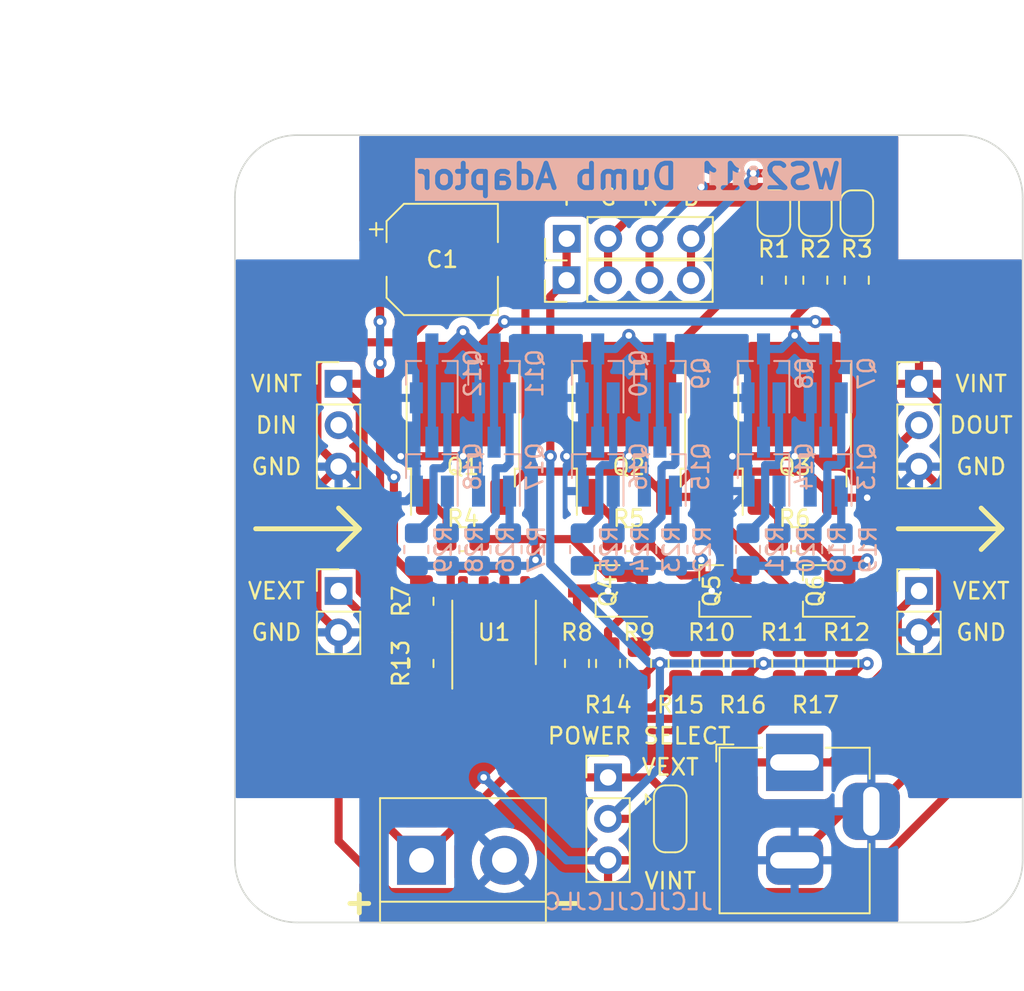
<source format=kicad_pcb>
(kicad_pcb (version 20221018) (generator pcbnew)
  (layers (0 "F.Cu" signal) (31 "B.Cu" signal) (34 "B.Paste" user) (35 "F.Paste" user) (36 "B.SilkS" user "B.Silkscreen") (37 "F.SilkS" user "F.Silkscreen") (38 "B.Mask" user) (39 "F.Mask" user) (44 "Edge.Cuts" user))
  (net 0 "")
  (net 1 "/VDD")
  (net 2 "GND")
  (net 3 "VCC")
  (net 4 "/DIN")
  (net 5 "/DOUT")
  (net 6 "/VSTRIP")
  (net 7 "Net-(Q1-E)")
  (net 8 "/OUTR")
  (net 9 "/OUTG")
  (net 10 "/OUTB")
  (net 11 "Net-(Q1-B)")
  (net 12 "Net-(U1-DIN)")
  (net 14 "Net-(Q8-G)")
  (net 15 "Net-(Q9-G)")
  (net 16 "Net-(Q10-G)")
  (net 17 "Net-(Q11-G)")
  (net 18 "Net-(Q12-G)")
  (net 19 "/STRIPR")
  (net 20 "/STRIPG")
  (net 21 "/STRIPB")
  (net 22 "Net-(Q13-G)")
  (net 23 "Net-(Q14-G)")
  (net 24 "Net-(Q15-G)")
  (net 25 "Net-(Q3-G)")
  (net 26 "Net-(Q7-G)")
  (net 27 "Net-(U1-VDD)")
  (net 28 "Net-(J1-Pin_2)")
  (net 29 "Net-(J1-Pin_3)")
  (net 30 "Net-(J1-Pin_4)")
  (net 31 "Net-(Q2-G)")
  (net 32 "Net-(Q4-B)")
  (net 33 "Net-(Q4-E)")
  (net 34 "Net-(Q5-G)")
  (net 35 "Net-(Q6-B)")
  (net 36 "Net-(Q6-E)")
  (net 37 "Net-(Q16-G)")
  (net 38 "Net-(Q17-G)")
  (net 39 "Net-(Q18-G)")
  (footprint "Jumper:SolderJumper-2_P1.3mm_Bridged_RoundedPad1.0x1.5mm" (layer "F.Cu") (at 78.74 63.204999 90)
    (fp_text reference "JP1" hide)
    (fp_text value "SolderJumper_2_Bridged" hide)
  )
  (footprint "Resistor_SMD:R_0805_2012Metric_Pad1.20x1.40mm_HandSolder" (layer "F.Cu") (at 81.279999 90.805 90)
    (fp_text reference "R17")
    (fp_text value "1000R" hide)
  )
  (footprint "Resistor_SMD:R_0805_2012Metric_Pad1.20x1.40mm_HandSolder" (layer "F.Cu") (at 78.74 67.31 90)
    (fp_text reference "R1")
    (fp_text value "R" hide)
  )
  (footprint "Connector_PinHeader_2.54mm:PinHeader_1x02_P2.54mm_Vertical" (layer "F.Cu") (at 87.63 86.36)
    (fp_text reference "J6" hide)
    (fp_text value "Conn_01x02" hide)
  )
  (footprint "Connector_BarrelJack:BarrelJack_Horizontal" (layer "F.Cu") (at 80.01 96.87 90)
    (fp_text reference "J8" hide)
    (fp_text value "Barrel_Jack_Switch" hide)
  )
  (footprint "Resistor_SMD:R_0805_2012Metric_Pad1.20x1.40mm_HandSolder" (layer "F.Cu") (at 59.69 83.185 180)
    (fp_text reference "R4")
    (fp_text value "1000R" hide)
  )
  (footprint "Package_TO_SOT_SMD:TO-252-2" (layer "F.Cu") (at 59.69 75.555 90)
    (fp_text reference "Q1")
    (fp_text value "N-CHANNEL POWER MOSFET" hide)
  )
  (footprint "Connector_PinHeader_2.54mm:PinHeader_1x04_P2.54mm_Vertical" (layer "F.Cu") (at 66.04 67.31 90)
    (fp_text reference "J2" hide)
    (fp_text value "Conn_01x04" hide)
  )
  (footprint "Resistor_SMD:R_0805_2012Metric_Pad1.20x1.40mm_HandSolder" (layer "F.Cu") (at 66.675 90.805 -90)
    (fp_text reference "R8")
    (fp_text value "10K" hide)
  )
  (footprint "TerminalBlock:TerminalBlock_bornier-2_P5.08mm" (layer "F.Cu") (at 57.15 102.87)
    (fp_text reference "J7" hide)
    (fp_text value "Screw_Terminal_01x02" hide)
  )
  (footprint "Resistor_SMD:R_0805_2012Metric_Pad1.20x1.40mm_HandSolder" (layer "F.Cu") (at 68.579999 90.805 90)
    (fp_text reference "R14")
    (fp_text value "1000R" hide)
  )
  (footprint "Package_TO_SOT_SMD:SOT-23_Handsoldering" (layer "F.Cu") (at 81.28 86.36 180)
    (fp_text reference "Q6")
    (fp_text value "2TY" hide)
  )
  (footprint "Resistor_SMD:R_0805_2012Metric_Pad1.20x1.40mm_HandSolder" (layer "F.Cu") (at 83.184998 90.805 -90)
    (fp_text reference "R12")
    (fp_text value "10K" hide)
  )
  (footprint "Resistor_SMD:R_0805_2012Metric_Pad1.20x1.40mm_HandSolder" (layer "F.Cu") (at 81.28 67.31 90)
    (fp_text reference "R2")
    (fp_text value "R" hide)
  )
  (footprint "MountingHole:MountingHole_3.2mm_M3" (layer "F.Cu") (at 90.17 62.23)
    (fp_text reference "REF**" hide)
    (fp_text value "MountingHole_3.2mm_M3" hide)
  )
  (footprint "Resistor_SMD:R_0805_2012Metric_Pad1.20x1.40mm_HandSolder" (layer "F.Cu") (at 70.484998 90.805 -90)
    (fp_text reference "R9")
    (fp_text value "10K" hide)
  )
  (footprint "Resistor_SMD:R_0805_2012Metric_Pad1.20x1.40mm_HandSolder" (layer "F.Cu") (at 73.025 90.805 -90)
    (fp_text reference "R15")
    (fp_text value "10K" hide)
  )
  (footprint "Jumper:SolderJumper-3_P1.3mm_Open_RoundedPad1.0x1.5mm" (layer "F.Cu") (at 72.39 100.33 -90)
    (fp_text reference "JP5" hide)
    (fp_text value "SolderJumper_3_Open" hide)
  )
  (footprint "Package_TO_SOT_SMD:TO-252-2" (layer "F.Cu") (at 80.01 75.555 90)
    (fp_text reference "Q3")
    (fp_text value "N-CHANNEL POWER MOSFET" hide)
  )
  (footprint "Resistor_SMD:R_0805_2012Metric_Pad1.20x1.40mm_HandSolder" (layer "F.Cu") (at 69.85 83.185 180)
    (fp_text reference "R5")
    (fp_text value "1000R" hide)
  )
  (footprint "Resistor_SMD:R_0805_2012Metric_Pad1.20x1.40mm_HandSolder" (layer "F.Cu") (at 83.82 67.31 90)
    (fp_text reference "R3")
    (fp_text value "R" hide)
  )
  (footprint "MountingHole:MountingHole_3.2mm_M3" (layer "F.Cu") (at 90.17 102.87)
    (fp_text reference "REF**" hide)
    (fp_text value "MountingHole_3.2mm_M3" hide)
  )
  (footprint "Connector_PinHeader_2.54mm:PinHeader_1x03_P2.54mm_Vertical" (layer "F.Cu") (at 87.63 73.66)
    (fp_text reference "J4" hide)
    (fp_text value "Conn_01x03" hide)
  )
  (footprint "Connector_PinHeader_2.54mm:PinHeader_1x03_P2.54mm_Vertical" (layer "F.Cu") (at 68.58 97.79)
    (fp_text reference "JP4" hide)
    (fp_text value "Jumper_3_Open" hide)
  )
  (footprint "Jumper:SolderJumper-2_P1.3mm_Bridged_RoundedPad1.0x1.5mm" (layer "F.Cu") (at 81.28 63.204999 90)
    (fp_text reference "JP2" hide)
    (fp_text value "SolderJumper_2_Bridged" hide)
  )
  (footprint "Resistor_SMD:R_0805_2012Metric_Pad1.20x1.40mm_HandSolder" (layer "F.Cu") (at 57.15 90.805 -90)
    (fp_text reference "R13")
    (fp_text value "100R" hide)
  )
  (footprint "Resistor_SMD:R_0805_2012Metric_Pad1.20x1.40mm_HandSolder" (layer "F.Cu") (at 80.01 83.185 180)
    (fp_text reference "R6")
    (fp_text value "1000R" hide)
  )
  (footprint "Package_TO_SOT_SMD:TO-252-2" (layer "F.Cu") (at 69.85 75.555 90)
    (fp_text reference "Q2")
    (fp_text value "N-CHANNEL POWER MOSFET" hide)
  )
  (footprint "Resistor_SMD:R_0805_2012Metric_Pad1.20x1.40mm_HandSolder" (layer "F.Cu") (at 76.834998 90.805 -90)
    (fp_text reference "R16")
    (fp_text value "10K" hide)
  )
  (footprint "Resistor_SMD:R_0805_2012Metric_Pad1.20x1.40mm_HandSolder" (layer "F.Cu") (at 57.15 86.995 90)
    (fp_text reference "R7")
    (fp_text value "33R" hide)
  )
  (footprint "MountingHole:MountingHole_3.2mm_M3" (layer "F.Cu") (at 49.53 102.87)
    (fp_text reference "REF**" hide)
    (fp_text value "MountingHole_3.2mm_M3" hide)
  )
  (footprint "Capacitor_SMD:CP_Elec_6.3x5.4" (layer "F.Cu") (at 58.42 66.04)
    (fp_text reference "C1")
    (fp_text value "100uF" hide)
  )
  (footprint "Resistor_SMD:R_0805_2012Metric_Pad1.20x1.40mm_HandSolder" (layer "F.Cu") (at 74.929999 90.805 90)
    (fp_text reference "R10")
    (fp_text value "1000R" hide)
  )
  (footprint "Package_TO_SOT_SMD:SOT-23_Handsoldering" (layer "F.Cu") (at 74.93 86.36 180)
    (fp_text reference "Q5")
    (fp_text value "2TY" hide)
  )
  (footprint "Resistor_SMD:R_0805_2012Metric_Pad1.20x1.40mm_HandSolder" (layer "F.Cu") (at 79.375 90.805 -90)
    (fp_text reference "R11")
    (fp_text value "10K" hide)
  )
  (footprint "Connector_PinHeader_2.54mm:PinHeader_1x02_P2.54mm_Vertical" (layer "F.Cu") (at 52.07 86.36)
    (fp_text reference "J5" hide)
    (fp_text value "Conn_01x02" hide)
  )
  (footprint "Jumper:SolderJumper-2_P1.3mm_Bridged_RoundedPad1.0x1.5mm" (layer "F.Cu") (at 83.82 63.204999 90)
    (fp_text reference "JP3" hide)
    (fp_text value "SolderJumper_2_Bridged" hide)
  )
  (footprint "Package_SO:SOP-8_3.9x4.9mm_P1.27mm" (layer "F.Cu") (at 61.595 88.9 90)
    (fp_text reference "U1")
    (fp_text value "~" hide)
  )
  (footprint "Connector_PinHeader_2.54mm:PinHeader_1x03_P2.54mm_Vertical" (layer "F.Cu") (at 52.07 73.66)
    (fp_text reference "J3" hide)
    (fp_text value "Conn_01x03" hide)
  )
  (footprint "Package_TO_SOT_SMD:SOT-23_Handsoldering" (layer "F.Cu") (at 68.58 86.36 180)
    (fp_text reference "Q4")
    (fp_text value "2TY" hide)
  )
  (footprint "Connector_PinHeader_2.54mm:PinHeader_1x04_P2.54mm_Vertical" (layer "F.Cu") (at 66.05 64.77 90)
    (fp_text reference "J1" hide)
    (fp_text value "Conn_01x04" hide)
  )
  (footprint "MountingHole:MountingHole_3.2mm_M3" (layer "F.Cu") (at 49.53 62.23)
    (fp_text reference "REF**" hide)
    (fp_text value "MountingHole_3.2mm_M3" hide)
  )
  (footprint "Resistor_SMD:R_0805_2012Metric_Pad1.20x1.40mm_HandSolder" (layer "B.Cu") (at 80.9625 83.82 90)
    (fp_text reference "R18")
    (fp_text value "1000R" hide)
  )
  (footprint "Package_TO_SOT_SMD:SOT-23_Handsoldering" (layer "B.Cu") (at 67.945 73.025 90)
    (fp_text reference "Q10")
    (fp_text value "2N7002K" hide)
  )
  (footprint "Resistor_SMD:R_0805_2012Metric_Pad1.20x1.40mm_HandSolder" (layer "B.Cu") (at 77.1525 83.82 90)
    (fp_text reference "R21")
    (fp_text value "1000R" hide)
  )
  (footprint "Resistor_SMD:R_0805_2012Metric_Pad1.20x1.40mm_HandSolder" (layer "B.Cu") (at 56.8325 83.82 90)
    (fp_text reference "R29")
    (fp_text value "1000R" hide)
  )
  (footprint "Package_TO_SOT_SMD:SOT-23_Handsoldering" (layer "B.Cu") (at 67.945 78.74 90)
    (fp_text reference "Q16")
    (fp_text value "2N7002K" hide)
  )
  (footprint "Resistor_SMD:R_0805_2012Metric_Pad1.20x1.40mm_HandSolder" (layer "B.Cu") (at 72.7075 83.82 90)
    (fp_text reference "R22")
    (fp_text value "1000R" hide)
  )
  (footprint "Resistor_SMD:R_0805_2012Metric_Pad1.20x1.40mm_HandSolder" (layer "B.Cu") (at 82.8675 83.82 90)
    (fp_text reference "R19")
    (fp_text value "1000R" hide)
  )
  (footprint "Resistor_SMD:R_0805_2012Metric_Pad1.20x1.40mm_HandSolder" (layer "B.Cu") (at 79.0575 83.82 90)
    (fp_text reference "R20")
    (fp_text value "1000R" hide)
  )
  (footprint "Resistor_SMD:R_0805_2012Metric_Pad1.20x1.40mm_HandSolder" (layer "B.Cu") (at 70.8025 83.82 90)
    (fp_text reference "R23")
    (fp_text value "1000R" hide)
  )
  (footprint "Package_TO_SOT_SMD:SOT-23_Handsoldering" (layer "B.Cu") (at 78.105 78.74 90)
    (fp_text reference "Q14")
    (fp_text value "2N7002K" hide)
  )
  (footprint "Package_TO_SOT_SMD:SOT-23_Handsoldering" (layer "B.Cu") (at 81.915 73.025 90)
    (fp_text reference "Q7")
    (fp_text value "2N7002K" hide)
  )
  (footprint "Resistor_SMD:R_0805_2012Metric_Pad1.20x1.40mm_HandSolder" (layer "B.Cu") (at 58.7375 83.82 90)
    (fp_text reference "R28")
    (fp_text value "1000R" hide)
  )
  (footprint "Package_TO_SOT_SMD:SOT-23_Handsoldering" (layer "B.Cu") (at 57.785 78.74 90)
    (fp_text reference "Q18")
    (fp_text value "2N7002K" hide)
  )
  (footprint "Resistor_SMD:R_0805_2012Metric_Pad1.20x1.40mm_HandSolder" (layer "B.Cu") (at 60.6425 83.82 90)
    (fp_text reference "R26")
    (fp_text value "1000R" hide)
  )
  (footprint "Package_TO_SOT_SMD:SOT-23_Handsoldering" (layer "B.Cu") (at 71.755 73.025 90)
    (fp_text reference "Q9")
    (fp_text value "2N7002K" hide)
  )
  (footprint "Resistor_SMD:R_0805_2012Metric_Pad1.20x1.40mm_HandSolder" (layer "B.Cu") (at 66.9925 83.82 90)
    (fp_text reference "R25")
    (fp_text value "1000R" hide)
  )
  (footprint "Package_TO_SOT_SMD:SOT-23_Handsoldering" (layer "B.Cu") (at 81.915 78.74 90)
    (fp_text reference "Q13")
    (fp_text value "2N7002K" hide)
  )
  (footprint "Package_TO_SOT_SMD:SOT-23_Handsoldering" (layer "B.Cu") (at 57.785 73.025 90)
    (fp_text reference "Q12")
    (fp_text value "2N7002K" hide)
  )
  (footprint "Package_TO_SOT_SMD:SOT-23_Handsoldering" (layer "B.Cu") (at 78.105 73.025 90)
    (fp_text reference "Q8")
    (fp_text value "2N7002K" hide)
  )
  (footprint "Package_TO_SOT_SMD:SOT-23_Handsoldering" (layer "B.Cu") (at 61.595 78.74 90)
    (fp_text reference "Q17")
    (fp_text value "2N7002K" hide)
  )
  (footprint "Resistor_SMD:R_0805_2012Metric_Pad1.20x1.40mm_HandSolder" (layer "B.Cu") (at 62.5475 83.82 90)
    (fp_text reference "R27")
    (fp_text value "1000R" hide)
  )
  (footprint "Resistor_SMD:R_0805_2012Metric_Pad1.20x1.40mm_HandSolder" (layer "B.Cu") (at 68.8975 83.82 90)
    (fp_text reference "R24")
    (fp_text value "1000R" hide)
  )
  (footprint "Package_TO_SOT_SMD:SOT-23_Handsoldering" (layer "B.Cu") (at 61.595 73.025 90)
    (fp_text reference "Q11")
    (fp_text value "2N7002K" hide)
  )
  (footprint "Package_TO_SOT_SMD:SOT-23_Handsoldering" (layer "B.Cu") (at 71.755 78.74 90)
    (fp_text reference "Q15")
    (fp_text value "2N7002K" hide)
  )
  (gr_line (start 53.34 82.55) (end 52.07 81.28) (stroke (width 0.3)) (layer "F.SilkS"))
  (gr_line (start 86.36 82.55) (end 92.71 82.55) (stroke (width 0.3)) (layer "F.SilkS"))
  (gr_line (start 91.44 83.82) (end 92.71 82.55) (stroke (width 0.3)) (layer "F.SilkS"))
  (gr_line (start 52.07 83.82) (end 53.34 82.55) (stroke (width 0.3)) (layer "F.SilkS"))
  (gr_line (start 92.71 82.55) (end 91.44 81.28) (stroke (width 0.3)) (layer "F.SilkS"))
  (gr_line (start 46.99 82.55) (end 53.34 82.55) (stroke (width 0.3)) (layer "F.SilkS"))
  (gr_arc (start 90.17 58.42) (mid 92.864077 59.535923) (end 93.98 62.23) (stroke (width 0.1)) (layer "Edge.Cuts"))
  (gr_arc (start 45.72 62.23) (mid 46.835923 59.535923) (end 49.53 58.42) (stroke (width 0.1)) (layer "Edge.Cuts"))
  (gr_line (start 93.98 62.23) (end 93.98 102.87) (stroke (width 0.1)) (layer "Edge.Cuts"))
  (gr_line (start 45.72 102.87) (end 45.72 62.23) (stroke (width 0.1)) (layer "Edge.Cuts"))
  (gr_arc (start 93.98 102.87) (mid 92.864077 105.564077) (end 90.17 106.68) (stroke (width 0.1)) (layer "Edge.Cuts"))
  (gr_arc (start 49.53 106.68) (mid 46.835923 105.564077) (end 45.72 102.87) (stroke (width 0.1)) (layer "Edge.Cuts"))
  (gr_line (start 49.53 58.42) (end 90.17 58.42) (stroke (width 0.1)) (layer "Edge.Cuts"))
  (gr_line (start 90.17 106.68) (end 49.53 106.68) (stroke (width 0.1)) (layer "Edge.Cuts"))
  (gr_text "JLCJLCJLCJLC" (at 69.85 105.41) (layer "B.SilkS") (effects (font (size 1 1)) (justify mirror)))
  (gr_text "WS2811 Dumb Adaptor" (at 69.85 60.96) (layer "B.SilkS" knockout) (effects (font (size 1.5 1.5) (thickness 0.3)) (justify mirror)))
  (gr_text "GND" (at 48.26 78.74) (layer "F.SilkS") (effects (font (size 1 1))))
  (gr_text "GND" (at 91.44 88.9) (layer "F.SilkS") (effects (font (size 1 1))))
  (gr_text "VEXT" (at 91.44 86.36) (layer "F.SilkS") (effects (font (size 1 1))))
  (gr_text "+" (at 66.04 62.23) (layer "F.SilkS") (effects (font (size 1 1))))
  (gr_text "B" (at 73.66 62.23) (layer "F.SilkS") (effects (font (size 1 1))))
  (gr_text "DOUT" (at 91.44 76.2) (layer "F.SilkS") (effects (font (size 1 1))))
  (gr_text "VINT" (at 72.39 104.14) (layer "F.SilkS") (effects (font (size 1 1))))
  (gr_text "VEXT" (at 72.39 97.155) (layer "F.SilkS") (effects (font (size 1 1))))
  (gr_text "GND" (at 91.44 78.74) (layer "F.SilkS") (effects (font (size 1 1))))
  (gr_text "GND" (at 48.26 88.9) (layer "F.SilkS") (effects (font (size 1 1))))
  (gr_text "VINT" (at 48.26 73.66) (layer "F.SilkS") (effects (font (size 1 1))))
  (gr_text "DIN" (at 48.26 76.2) (layer "F.SilkS") (effects (font (size 1 1))))
  (gr_text "-" (at 66.04 105.41) (layer "F.SilkS") (effects (font (size 1.5 1.5) (thickness 0.3) bold)))
  (gr_text "VINT" (at 91.44 73.66) (layer "F.SilkS") (effects (font (size 1 1))))
  (gr_text "R" (at 71.16 62.23) (layer "F.SilkS") (effects (font (size 1 1))))
  (gr_text "POWER SELECT" (at 70.485 95.25) (layer "F.SilkS") (effects (font (size 1 1))))
  (gr_text "VEXT" (at 48.26 86.36) (layer "F.SilkS") (effects (font (size 1 1))))
  (gr_text "+" (at 53.34 105.41) (layer "F.SilkS") (effects (font (size 1.5 1.5) (thickness 0.3) bold)))
  (gr_text "G" (at 68.58 62.23) (layer "F.SilkS") (effects (font (size 1 1))))
  (segment (start 68.58 102.87) (end 71.15 102.87) (width 0.5) (layer "F.Cu") (net 1))
  (segment (start 83.383833 104.82) (end 90.17 98.033833) (width 0.5) (layer "F.Cu") (net 1))
  (segment (start 53.37 74.96) (end 53.37 86.39) (width 0.5) (layer "F.Cu") (net 1))
  (segment (start 57.15 91.805) (end 57.15 93.98) (width 0.5) (layer "F.Cu") (net 1))
  (segment (start 71.15 102.87) (end 72.39 101.63) (width 0.5) (layer "F.Cu") (net 1))
  (segment (start 90.17 76.2) (end 87.63 73.66) (width 0.5) (layer "F.Cu") (net 1))
  (segment (start 72.39 101.63) (end 75.58 104.82) (width 0.5) (layer "F.Cu") (net 1))
  (segment (start 54.61 89.265) (end 57.15 91.805) (width 0.5) (layer "F.Cu") (net 1))
  (segment (start 53.37 86.39) (end 54.61 87.63) (width 0.5) (layer "F.Cu") (net 1))
  (segment (start 75.58 104.82) (end 83.383833 104.82) (width 0.5) (layer "F.Cu") (net 1))
  (segment (start 90.17 98.033833) (end 90.17 76.2) (width 0.5) (layer "F.Cu") (net 1))
  (segment (start 57.15 93.98) (end 60.96 97.79) (width 0.5) (layer "F.Cu") (net 1))
  (segment (start 52.07 73.66) (end 53.37 74.96) (width 0.5) (layer "F.Cu") (net 1))
  (segment (start 54.61 87.63) (end 54.61 89.265) (width 0.5) (layer "F.Cu") (net 1))
  (via (at 60.96 97.79) (size 0.8) (drill 0.4) (layers "F.Cu" "B.Cu") (net 1))
  (segment (start 60.96 97.79) (end 66.04 102.87) (width 0.5) (layer "B.Cu") (net 1))
  (segment (start 66.04 102.87) (end 68.58 102.87) (width 0.5) (layer "B.Cu") (net 1))
  (segment (start 73.025 86.765) (end 73.43 86.36) (width 0.5) (layer "F.Cu") (net 2))
  (segment (start 87.63 96.95) (end 87.63 88.9) (width 0.5) (layer "F.Cu") (net 2))
  (segment (start 82.29 80.595) (end 80.74 79.045) (width 0.5) (layer "F.Cu") (net 2))
  (segment (start 79.375 86.765) (end 79.78 86.36) (width 0.5) (layer "F.Cu") (net 2))
  (segment (start 70.58 79.045) (end 63.52 79.045) (width 0.5) (layer "F.Cu") (net 2))
  (segment (start 66.675 86.765) (end 67.08 86.36) (width 0.5) (layer "F.Cu") (net 2))
  (segment (start 87.63 78.74) (end 88.93 80.04) (width 0.5) (layer "F.Cu") (net 2))
  (segment (start 73.43 86.36) (end 74.93 86.36) (width 0.5) (layer "F.Cu") (net 2))
  (segment (start 88.93 87.6) (end 87.63 88.9) (width 0.5) (layer "F.Cu") (net 2))
  (segment (start 66.675 89.805) (end 65.22 89.805) (width 0.5) (layer "F.Cu") (net 2))
  (segment (start 50.77 87.6) (end 52.07 88.9) (width 0.5) (layer "F.Cu") (net 2))
  (segment (start 80.74 79.045) (end 73.68 79.045) (width 0.5) (layer "F.Cu") (net 2))
  (segment (start 84.455 80.645) (end 82.34 80.645) (width 0.5) (layer "F.Cu") (net 2))
  (segment (start 60.28 104.82) (end 62.23 102.87) (width 0.5) (layer "F.Cu") (net 2))
  (segment (start 50.77 77.44) (end 50.77 72.36) (width 0.5) (layer "F.Cu") (net 2))
  (segment (start 87.63 96.95) (end 84.71 99.87) (width 0.5) (layer "F.Cu") (net 2))
  (segment (start 84.71 99.87) (end 83.01 99.87) (width 0.5) (layer "F.Cu") (net 2))
  (segment (start 52.01 71.12) (end 56.14 71.12) (width 0.5) (layer "F.Cu") (net 2))
  (segment (start 63.52 68.34) (end 61.22 66.04) (width 0.5) (layer "F.Cu") (net 2))
  (segment (start 50.77 72.36) (end 52.01 71.12) (width 0.5) (layer "F.Cu") (net 2))
  (segment (start 74.015 80.595) (end 72.13 80.595) (width 0.5) (layer "F.Cu") (net 2))
  (segment (start 73.025 89.805) (end 73.025 86.765) (width 0.5) (layer "F.Cu") (net 2))
  (segment (start 82.34 80.645) (end 82.29 80.595) (width 0.5) (layer "F.Cu") (net 2))
  (segment (start 67.08 86.36) (end 68.58 86.36) (width 0.5) (layer "F.Cu") (net 2))
  (segment (start 65.22 89.805) (end 63.5 91.525) (width 0.5) (layer "F.Cu") (net 2))
  (segment (start 59.69 78.105) (end 55.88 78.105) (width 0.5) (layer "F.Cu") (net 2))
  (segment (start 50.77 80.04) (end 50.77 87.6) (width 0.5) (layer "F.Cu") (net 2))
  (segment (start 52.07 88.9) (end 52.07 101.69) (width 0.5) (layer "F.Cu") (net 2))
  (segment (start 79.375 89.805) (end 79.375 86.765) (width 0.5) (layer "F.Cu") (net 2))
  (segment (start 63.52 79.045) (end 61.97 80.595) (width 0.5) (layer "F.Cu") (net 2))
  (segment (start 83.01 99.87) (end 80.01 102.87) (width 0.5) (layer "F.Cu") (net 2))
  (segment (start 52.07 78.74) (end 50.77 80.04) (width 0.5) (layer "F.Cu") (net 2))
  (segment (start 72.13 80.595) (end 70.58 79.045) (width 0.5) (layer "F.Cu") (net 2))
  (segment (start 55.2 104.82) (end 60.28 104.82) (width 0.5) (layer "F.Cu") (net 2))
  (segment (start 73.68 79.045) (end 72.13 80.595) (width 0.5) (layer "F.Cu") (net 2))
  (segment (start 80.01 78.105) (end 76.2 78.105) (width 0.5) (layer "F.Cu") (net 2))
  (segment (start 56.14 71.12) (end 61.22 66.04) (width 0.5) (layer "F.Cu") (net 2))
  (segment (start 88.93 80.04) (end 88.93 87.6) (width 0.5) (layer "F.Cu") (net 2))
  (segment (start 66.675 89.805) (end 66.675 86.765) (width 0.5) (layer "F.Cu") (net 2))
  (segment (start 52.07 101.69) (end 55.2 104.82) (width 0.5) (layer "F.Cu") (net 2))
  (segment (start 63.52 79.045) (end 63.52 68.34) (width 0.5) (layer "F.Cu") (net 2))
  (segment (start 69.85 78.105) (end 66.04 78.105) (width 0.5) (layer "F.Cu") (net 2))
  (segment (start 52.07 78.74) (end 50.77 77.44) (width 0.5) (layer "F.Cu") (net 2))
  (segment (start 79.78 86.36) (end 74.015 80.595) (width 0.5) (layer "F.Cu") (net 2))
  (via (at 66.04 78.105) (size 0.8) (drill 0.4) (layers "F.Cu" "B.Cu") (net 2))
  (via (at 74.93 86.36) (size 0.8) (drill 0.4) (layers "F.Cu" "B.Cu") (net 2))
  (via (at 68.58 86.36) (size 0.8) (drill 0.4) (layers "F.Cu" "B.Cu") (net 2))
  (via (at 55.88 78.105) (size 0.8) (drill 0.4) (layers "F.Cu" "B.Cu") (net 2))
  (via (at 80.01 78.105) (size 0.8) (drill 0.4) (layers "F.Cu" "B.Cu") (net 2))
  (via (at 69.85 78.105) (size 0.8) (drill 0.4) (layers "F.Cu" "B.Cu") (net 2))
  (via (at 59.69 78.105) (size 0.8) (drill 0.4) (layers "F.Cu" "B.Cu") (net 2))
  (via (at 76.2 78.105) (size 0.8) (drill 0.4) (layers "F.Cu" "B.Cu") (net 2))
  (via (at 84.455 80.645) (size 0.8) (drill 0.4) (layers "F.Cu" "B.Cu") (net 2))
  (segment (start 56.232082 80.86) (end 56.835 80.257082) (width 0.5) (layer "B.Cu") (net 2))
  (segment (start 76.0025 85.2875) (end 76.0025 81.3925) (width 0.5) (layer "B.Cu") (net 2))
  (segment (start 60.645 78.105) (end 59.69 78.105) (width 0.5) (layer "B.Cu") (net 2))
  (segment (start 70.805 80.24) (end 70.805 78.105) (width 0.5) (layer "B.Cu") (net 2))
  (segment (start 60.645 80.24) (end 60.645 78.105) (width 0.5) (layer "B.Cu") (net 2))
  (segment (start 76.0025 81.3925) (end 77.155 80.24) (width 0.5) (layer "B.Cu") (net 2))
  (segment (start 55.88 78.105) (end 56.835 78.105) (width 0.5) (layer "B.Cu") (net 2))
  (segment (start 66.04 78.105) (end 66.995 78.105) (width 0.5) (layer "B.Cu") (net 2))
  (segment (start 80.965 78.105) (end 80.965 80.24) (width 0.5) (layer "B.Cu") (net 2))
  (segment (start 80.965 78.105) (end 80.01 78.105) (width 0.5) (layer "B.Cu") (net 2))
  (segment (start 77.155 74.525) (end 77.155 78.105) (width 0.5) (layer "B.Cu") (net 2))
  (segment (start 80.965 74.525) (end 80.965 78.105) (width 0.5) (layer "B.Cu") (net 2))
  (segment (start 54.19 80.86) (end 56.232082 80.86) (width 0.5) (layer "B.Cu") (net 2))
  (segment (start 60.645 78.105) (end 60.645 74.525) (width 0.5) (layer "B.Cu") (net 2))
  (segment (start 56.835 78.105) (end 56.835 74.525) (width 0.5) (layer "B.Cu") (net 2))
  (segment (start 70.805 78.105) (end 70.805 74.525) (width 0.5) (layer "B.Cu") (net 2))
  (segment (start 56.835 80.24) (end 56.835 78.105) (width 0.5) (layer "B.Cu") (net 2))
  (segment (start 66.995 80.24) (end 66.995 78.105) (width 0.5) (layer "B.Cu") (net 2))
  (segment (start 76.2 78.105) (end 77.155 78.105) (width 0.5) (layer "B.Cu") (net 2))
  (segment (start 70.805 78.105) (end 69.85 78.105) (width 0.5) (layer "B.Cu") (net 2))
  (segment (start 52.07 78.74) (end 54.19 80.86) (width 0.5) (layer "B.Cu") (net 2))
  (segment (start 77.155 78.105) (end 77.155 80.24) (width 0.5) (layer "B.Cu") (net 2))
  (segment (start 56.835 80.257082) (end 56.835 80.24) (width 0.5) (layer "B.Cu") (net 2))
  (segment (start 74.93 86.36) (end 76.0025 85.2875) (width 0.5) (layer "B.Cu") (net 2))
  (segment (start 85.725 80.645) (end 87.63 78.74) (width 0.5) (layer "B.Cu") (net 2))
  (segment (start 66.995 78.105) (end 66.995 74.525) (width 0.5) (layer "B.Cu") (net 2))
  (segment (start 84.455 80.645) (end 85.725 80.645) (width 0.5) (layer "B.Cu") (net 2))
  (segment (start 82.26 96.87) (end 86.33 92.8) (width 0.5) (layer "F.Cu") (net 3))
  (segment (start 74.55 96.87) (end 80.01 96.87) (width 0.5) (layer "F.Cu") (net 3))
  (segment (start 52.07 86.36) (end 53.91 88.2) (width 0.5) (layer "F.Cu") (net 3))
  (segment (start 86.33 92.8) (end 86.33 87.66) (width 0.5) (layer "F.Cu") (net 3))
  (segment (start 53.91 99.63) (end 57.15 102.87) (width 0.5) (layer "F.Cu") (net 3))
  (segment (start 53.91 88.2) (end 53.91 99.63) (width 0.5) (layer "F.Cu") (net 3))
  (segment (start 71.15 97.79) (end 72.39 99.03) (width 0.5) (layer "F.Cu") (net 3))
  (segment (start 62.23 97.79) (end 68.58 97.79) (width 0.5) (layer "F.Cu") (net 3))
  (segment (start 57.15 102.87) (end 62.23 97.79) (width 0.5) (layer "F.Cu") (net 3))
  (segment (start 72.39 99.03) (end 74.55 96.87) (width 0.5) (layer "F.Cu") (net 3))
  (segment (start 80.01 96.87) (end 82.26 96.87) (width 0.5) (layer "F.Cu") (net 3))
  (segment (start 68.58 97.79) (end 71.15 97.79) (width 0.5) (layer "F.Cu") (net 3))
  (segment (start 86.33 87.66) (end 87.63 86.36) (width 0.5) (layer "F.Cu") (net 3))
  (segment (start 55.4595 84.3045) (end 57.15 85.995) (width 0.5) (layer "F.Cu") (net 4))
  (segment (start 55.4595 79.375) (end 55.4595 84.3045) (width 0.5) (layer "F.Cu") (net 4))
  (via (at 55.4595 79.375) (size 0.8) (drill 0.4) (layers "F.Cu" "B.Cu") (net 4))
  (segment (start 52.2845 76.2) (end 55.4595 79.375) (width 0.5) (layer "B.Cu") (net 4))
  (segment (start 52.07 76.2) (end 52.2845 76.2) (width 0.5) (layer "B.Cu") (net 4))
  (segment (start 61.391472 94.9) (end 77.81 94.9) (width 0.5) (layer "F.Cu") (net 5))
  (segment (start 85.63 91.149947) (end 85.63 78.2) (width 0.5) (layer "F.Cu") (net 5))
  (segment (start 60.088528 90.25) (end 59.291472 90.25) (width 0.5) (layer "F.Cu") (net 5))
  (segment (start 85.63 78.2) (end 87.63 76.2) (width 0.5) (layer "F.Cu") (net 5))
  (segment (start 63.5 86.275) (end 63.5 86.838528) (width 0.5) (layer "F.Cu") (net 5))
  (segment (start 58.94 92.448528) (end 61.391472 94.9) (width 0.5) (layer "F.Cu") (net 5))
  (segment (start 58.94 90.601472) (end 58.94 92.448528) (width 0.5) (layer "F.Cu") (net 5))
  (segment (start 59.291472 90.25) (end 58.94 90.601472) (width 0.5) (layer "F.Cu") (net 5))
  (segment (start 79.855 92.855) (end 83.924947 92.855) (width 0.5) (layer "F.Cu") (net 5))
  (segment (start 77.81 94.9) (end 79.855 92.855) (width 0.5) (layer "F.Cu") (net 5))
  (segment (start 83.924947 92.855) (end 85.63 91.149947) (width 0.5) (layer "F.Cu") (net 5))
  (segment (start 63.5 86.838528) (end 60.088528 90.25) (width 0.5) (layer "F.Cu") (net 5))
  (segment (start 71.755 90.805) (end 71.484998 90.805) (width 0.5) (layer "F.Cu") (net 6))
  (segment (start 77.834998 90.805) (end 76.834998 91.805) (width 0.5) (layer "F.Cu") (net 6))
  (segment (start 66.04 67.31) (end 65.040497 68.309503) (width 0.5) (layer "F.Cu") (net 6))
  (segment (start 65.040497 68.309503) (end 65.040497 78.105) (width 0.5) (layer "F.Cu") (net 6))
  (segment (start 84.184998 90.805) (end 83.184998 91.805) (width 0.5) (layer "F.Cu") (net 6))
  (segment (start 66.04 64.78) (end 66.05 64.77) (width 0.5) (layer "F.Cu") (net 6))
  (segment (start 71.484998 90.805) (end 70.484998 91.805) (width 0.5) (layer "F.Cu") (net 6))
  (segment (start 84.455 90.805) (end 84.184998 90.805) (width 0.5) (layer "F.Cu") (net 6))
  (segment (start 68.58 100.33) (end 72.39 100.33) (width 0.5) (layer "F.Cu") (net 6))
  (segment (start 66.04 67.31) (end 66.04 64.78) (width 0.5) (layer "F.Cu") (net 6))
  (segment (start 78.105 90.805) (end 77.834998 90.805) (width 0.5) (layer "F.Cu") (net 6))
  (via (at 84.455 90.805) (size 0.8) (drill 0.4) (layers "F.Cu" "B.Cu") (net 6))
  (via (at 78.105 90.805) (size 0.8) (drill 0.4) (layers "F.Cu" "B.Cu") (net 6))
  (via (at 71.755 90.805) (size 0.8) (drill 0.4) (layers "F.Cu" "B.Cu") (net 6))
  (via (at 65.040497 78.105) (size 0.8) (drill 0.4) (layers "F.Cu" "B.Cu") (net 6))
  (segment (start 71.12 90.805) (end 71.755 90.805) (width 0.5) (layer "B.Cu") (net 6))
  (segment (start 71.755 90.805) (end 78.105 90.805) (width 0.5) (layer "B.Cu") (net 6))
  (segment (start 65.040497 78.105) (end 65.040497 84.725497) (width 0.5) (layer "B.Cu") (net 6))
  (segment (start 65.040497 84.725497) (end 71.12 90.805) (width 0.5) (layer "B.Cu") (net 6))
  (segment (start 78.105 90.805) (end 84.455 90.805) (width 0.5) (layer "B.Cu") (net 6))
  (segment (start 68.58 100.33) (end 71.755 97.155) (width 0.5) (layer "B.Cu") (net 6))
  (segment (start 71.755 97.155) (end 71.755 90.805) (width 0.5) (layer "B.Cu") (net 6))
  (segment (start 82.78 84.955) (end 81.01 83.185) (width 0.5) (layer "F.Cu") (net 7))
  (segment (start 83.735 84.455) (end 82.78 85.41) (width 0.5) (layer "F.Cu") (net 7))
  (segment (start 82.78 85.41) (end 82.78 84.955) (width 0.5) (layer "F.Cu") (net 7))
  (segment (start 82.87 85.41) (end 82.78 85.41) (width 0.5) (layer "F.Cu") (net 7))
  (segment (start 84.334998 88.655) (end 84.334998 86.874998) (width 0.5) (layer "F.Cu") (net 7))
  (segment (start 84.334998 86.874998) (end 82.87 85.41) (width 0.5) (layer "F.Cu") (net 7))
  (segment (start 83.184998 89.805) (end 84.334998 88.655) (width 0.5) (layer "F.Cu") (net 7))
  (segment (start 84.455 84.455) (end 83.735 84.455) (width 0.5) (layer "F.Cu") (net 7))
  (via (at 84.455 84.455) (size 0.8) (drill 0.4) (layers "F.Cu" "B.Cu") (net 7))
  (segment (start 80.9625 84.82) (end 82.8675 84.82) (width 0.5) (layer "B.Cu") (net 7))
  (segment (start 77.1525 84.82) (end 79.0575 84.82) (width 0.5) (layer "B.Cu") (net 7))
  (segment (start 79.0575 84.82) (end 80.9625 84.82) (width 0.5) (layer "B.Cu") (net 7))
  (segment (start 82.8675 84.82) (end 84.09 84.82) (width 0.5) (layer "B.Cu") (net 7))
  (segment (start 84.09 84.82) (end 84.455 84.455) (width 0.5) (layer "B.Cu") (net 7))
  (segment (start 79.375 91.805) (end 76.98 94.2) (width 0.5) (layer "F.Cu") (net 8))
  (segment (start 59.69 92.075) (end 59.69 91.525) (width 0.5) (layer "F.Cu") (net 8))
  (segment (start 76.98 94.2) (end 61.815 94.2) (width 0.5) (layer "F.Cu") (net 8))
  (segment (start 81.279999 91.805) (end 79.374999 91.805) (width 0.5) (layer "F.Cu") (net 8))
  (segment (start 61.815 94.2) (end 59.69 92.075) (width 0.5) (layer "F.Cu") (net 8))
  (segment (start 62.531472 93.5) (end 60.96 91.928528) (width 0.5) (layer "F.Cu") (net 9))
  (segment (start 71.33 93.5) (end 62.531472 93.5) (width 0.5) (layer "F.Cu") (net 9))
  (segment (start 60.96 91.928528) (end 60.96 91.525) (width 0.5) (layer "F.Cu") (net 9))
  (segment (start 73.025 91.805) (end 71.33 93.5) (width 0.5) (layer "F.Cu") (net 9))
  (segment (start 74.929999 91.805) (end 73.024999 91.805) (width 0.5) (layer "F.Cu") (net 9))
  (segment (start 62.23 92.075) (end 62.23 91.525) (width 0.5) (layer "F.Cu") (net 10))
  (segment (start 62.955 92.8) (end 62.23 92.075) (width 0.5) (layer "F.Cu") (net 10))
  (segment (start 65.68 92.8) (end 62.955 92.8) (width 0.5) (layer "F.Cu") (net 10))
  (segment (start 68.579999 91.805) (end 66.674999 91.805) (width 0.5) (layer "F.Cu") (net 10))
  (segment (start 66.675 91.805) (end 65.68 92.8) (width 0.5) (layer "F.Cu") (net 10))
  (segment (start 81.279999 88.810001) (end 82.78 87.31) (width 0.5) (layer "F.Cu") (net 11))
  (segment (start 81.279999 89.805) (end 81.279999 88.810001) (width 0.5) (layer "F.Cu") (net 11))
  (segment (start 59.291472 85) (end 62.14 85) (width 0.5) (layer "F.Cu") (net 12))
  (segment (start 57.15 87.995) (end 58.94 86.205) (width 0.5) (layer "F.Cu") (net 12))
  (segment (start 58.94 85.351472) (end 59.291472 85) (width 0.5) (layer "F.Cu") (net 12))
  (segment (start 58.94 86.205) (end 58.94 85.351472) (width 0.5) (layer "F.Cu") (net 12))
  (segment (start 62.23 85.09) (end 62.23 86.275) (width 0.5) (layer "F.Cu") (net 12))
  (segment (start 62.14 85) (end 62.23 85.09) (width 0.5) (layer "F.Cu") (net 12))
  (segment (start 68.8975 80.2425) (end 68.895 80.24) (width 0.5) (layer "B.Cu") (net 14))
  (segment (start 68.8975 82.82) (end 68.8975 80.2425) (width 0.5) (layer "B.Cu") (net 14))
  (segment (start 79.0575 80.2425) (end 79.055 80.24) (width 0.5) (layer "B.Cu") (net 15))
  (segment (start 79.0575 82.82) (end 79.0575 80.2425) (width 0.5) (layer "B.Cu") (net 15))
  (segment (start 82.765 78.64) (end 82.865 78.54) (width 0.5) (layer "B.Cu") (net 16))
  (segment (start 82.015 78.64) (end 82.765 78.64) (width 0.5) (layer "B.Cu") (net 16))
  (segment (start 82.015 81.7675) (end 82.015 78.64) (width 0.5) (layer "B.Cu") (net 16))
  (segment (start 82.865 78.54) (end 82.865 74.525) (width 0.5) (layer "B.Cu") (net 16))
  (segment (start 80.9625 82.82) (end 82.015 81.7675) (width 0.5) (layer "B.Cu") (net 16))
  (segment (start 70.8025 82.82) (end 70.85 82.82) (width 0.5) (layer "B.Cu") (net 17))
  (segment (start 70.85 82.82) (end 71.855 81.815) (width 0.5) (layer "B.Cu") (net 17))
  (segment (start 72.705 78.54) (end 72.705 74.525) (width 0.5) (layer "B.Cu") (net 17))
  (segment (start 72.605 78.64) (end 72.705 78.54) (width 0.5) (layer "B.Cu") (net 17))
  (segment (start 71.855 78.84) (end 72.055 78.64) (width 0.5) (layer "B.Cu") (net 17))
  (segment (start 71.855 81.815) (end 71.855 78.84) (width 0.5) (layer "B.Cu") (net 17))
  (segment (start 72.055 78.64) (end 72.605 78.64) (width 0.5) (layer "B.Cu") (net 17))
  (segment (start 82.8675 82.82) (end 82.8675 80.2425) (width 0.5) (layer "B.Cu") (net 18))
  (segment (start 82.8675 80.2425) (end 82.865 80.24) (width 0.5) (layer "B.Cu") (net 18))
  (segment (start 82.43 67.16) (end 81.28 68.31) (width 0.5) (layer "F.Cu") (net 19))
  (segment (start 82.43 65.608552) (end 82.43 67.16) (width 0.5) (layer "F.Cu") (net 19))
  (segment (start 80.01 69.58) (end 80.01 74.295) (width 0.5) (layer "F.Cu") (net 19))
  (segment (start 81.28 64.458552) (end 82.43 65.608552) (width 0.5) (layer "F.Cu") (net 19))
  (segment (start 80.01 70.6995) (end 80.01 74.295) (width 0.5) (layer "F.Cu") (net 19))
  (segment (start 81.28 68.31) (end 80.01 69.58) (width 0.5) (layer "F.Cu") (net 19))
  (segment (start 81.28 63.854999) (end 81.28 64.458552) (width 0.5) (layer "F.Cu") (net 19))
  (via (at 80.01 70.6995) (size 0.8) (drill 0.4) (layers "F.Cu" "B.Cu") (net 19))
  (segment (start 78.105 71.525) (end 79.1845 71.525) (width 0.5) (layer "B.Cu") (net 19))
  (segment (start 81.915 77.24) (end 81.915 71.525) (width 0.5) (layer "B.Cu") (net 19))
  (segment (start 80.8355 71.525) (end 80.01 70.6995) (width 0.5) (layer "B.Cu") (net 19))
  (segment (start 79.1845 71.525) (end 80.01 70.6995) (width 0.5) (layer "B.Cu") (net 19))
  (segment (start 81.915 71.525) (end 80.8355 71.525) (width 0.5) (layer "B.Cu") (net 19))
  (segment (start 78.105 77.24) (end 78.105 71.525) (width 0.5) (layer "B.Cu") (net 19))
  (segment (start 79.89 67.16) (end 78.74 68.31) (width 0.5) (layer "F.Cu") (net 20))
  (segment (start 75.835 68.31) (end 69.85 74.295) (width 0.5) (layer "F.Cu") (net 20))
  (segment (start 78.74 64.48005) (end 79.89 65.63005) (width 0.5) (layer "F.Cu") (net 20))
  (segment (start 78.74 68.31) (end 75.835 68.31) (width 0.5) (layer "F.Cu") (net 20))
  (segment (start 78.74 63.854999) (end 78.74 64.48005) (width 0.5) (layer "F.Cu") (net 20))
  (segment (start 69.85 70.6995) (end 69.85 74.295) (width 0.5) (layer "F.Cu") (net 20))
  (segment (start 79.89 65.63005) (end 79.89 67.16) (width 0.5) (layer "F.Cu") (net 20))
  (via (at 69.85 70.6995) (size 0.8) (drill 0.4) (layers "F.Cu" "B.Cu") (net 20))
  (segment (start 71.755 71.525) (end 70.6755 71.525) (width 0.5) (layer "B.Cu") (net 20))
  (segment (start 69.0245 71.525) (end 69.85 70.6995) (width 0.5) (layer "B.Cu") (net 20))
  (segment (start 71.755 77.24) (end 71.755 71.525) (width 0.5) (layer "B.Cu") (net 20))
  (segment (start 67.945 77.24) (end 67.945 71.525) (width 0.5) (layer "B.Cu") (net 20))
  (segment (start 67.945 71.525) (end 69.0245 71.525) (width 0.5) (layer "B.Cu") (net 20))
  (segment (start 70.6755 71.525) (end 69.85 70.6995) (width 0.5) (layer "B.Cu") (net 20))
  (segment (start 83.82 63.854999) (end 83.82 64.458552) (width 0.5) (layer "F.Cu") (net 21))
  (segment (start 62.23 69.85) (end 59.69 72.39) (width 0.5) (layer "F.Cu") (net 21))
  (segment (start 83.82 64.458552) (end 84.97 65.608552) (width 0.5) (layer "F.Cu") (net 21))
  (segment (start 82.28 69.85) (end 81.28 69.85) (width 0.5) (layer "F.Cu") (net 21))
  (segment (start 59.69 70.485) (end 59.69 74.295) (width 0.5) (layer "F.Cu") (net 21))
  (segment (start 84.97 65.608552) (end 84.97 67.16) (width 0.5) (layer "F.Cu") (net 21))
  (segment (start 83.82 68.31) (end 82.28 69.85) (width 0.5) (layer "F.Cu") (net 21))
  (segment (start 84.97 67.16) (end 83.82 68.31) (width 0.5) (layer "F.Cu") (net 21))
  (segment (start 59.69 72.39) (end 59.69 74.295) (width 0.5) (layer "F.Cu") (net 21))
  (via (at 81.28 69.85) (size 0.8) (drill 0.4) (layers "F.Cu" "B.Cu") (net 21))
  (via (at 62.23 69.85) (size 0.8) (drill 0.4) (layers "F.Cu" "B.Cu") (net 21))
  (via (at 59.69 70.485) (size 0.8) (drill 0.4) (layers "F.Cu" "B.Cu") (net 21))
  (segment (start 57.785 71.525) (end 58.65 71.525) (width 0.5) (layer "B.Cu") (net 21))
  (segment (start 58.65 71.525) (end 59.69 70.485) (width 0.5) (layer "B.Cu") (net 21))
  (segment (start 57.785 77.24) (end 57.785 71.525) (width 0.5) (layer "B.Cu") (net 21))
  (segment (start 60.73 71.525) (end 59.69 70.485) (width 0.5) (layer "B.Cu") (net 21))
  (segment (start 81.28 69.85) (end 62.23 69.85) (width 0.5) (layer "B.Cu") (net 21))
  (segment (start 61.595 77.24) (end 61.595 71.525) (width 0.5) (layer "B.Cu") (net 21))
  (segment (start 61.595 71.525) (end 60.73 71.525) (width 0.5) (layer "B.Cu") (net 21))
  (segment (start 78.205 81.7675) (end 78.205 78.64) (width 0.5) (layer "B.Cu") (net 22))
  (segment (start 77.1525 82.82) (end 78.205 81.7675) (width 0.5) (layer "B.Cu") (net 22))
  (segment (start 79.055 78.54) (end 79.055 74.525) (width 0.5) (layer "B.Cu") (net 22))
  (segment (start 78.955 78.64) (end 79.055 78.54) (width 0.5) (layer "B.Cu") (net 22))
  (segment (start 78.205 78.64) (end 78.955 78.64) (width 0.5) (layer "B.Cu") (net 22))
  (segment (start 62.5475 80.2425) (end 62.545 80.24) (width 0.5) (layer "B.Cu") (net 23))
  (segment (start 62.5475 82.82) (end 62.5475 80.2425) (width 0.5) (layer "B.Cu") (net 23))
  (segment (start 62.245 78.84) (end 62.545 78.54) (width 0.5) (layer "B.Cu") (net 24))
  (segment (start 60.6425 82.82) (end 61.695 81.7675) (width 0.5) (layer "B.Cu") (net 24))
  (segment (start 62.545 78.54) (end 62.545 74.525) (width 0.5) (layer "B.Cu") (net 24))
  (segment (start 61.695 81.7675) (end 61.695 78.84) (width 0.5) (layer "B.Cu") (net 24))
  (segment (start 61.695 78.84) (end 62.245 78.84) (width 0.5) (layer "B.Cu") (net 24))
  (segment (start 68.85 83.185) (end 68.85 81.875) (width 0.5) (layer "F.Cu") (net 25))
  (segment (start 68.85 81.875) (end 67.57 80.595) (width 0.5) (layer "F.Cu") (net 25))
  (segment (start 68.895 78.54) (end 68.895 74.525) (width 0.5) (layer "B.Cu") (net 26))
  (segment (start 68.045 78.84) (end 68.245 78.64) (width 0.5) (layer "B.Cu") (net 26))
  (segment (start 68.795 78.64) (end 68.895 78.54) (width 0.5) (layer "B.Cu") (net 26))
  (segment (start 68.045 81.7675) (end 68.045 78.84) (width 0.5) (layer "B.Cu") (net 26))
  (segment (start 66.9925 82.82) (end 68.045 81.7675) (width 0.5) (layer "B.Cu") (net 26))
  (segment (start 68.245 78.64) (end 68.795 78.64) (width 0.5) (layer "B.Cu") (net 26))
  (segment (start 55.31 85.79) (end 54.61 85.09) (width 0.5) (layer "F.Cu") (net 27))
  (segment (start 57.15 89.805) (end 59.69 87.265) (width 0.5) (layer "F.Cu") (net 27))
  (segment (start 59.69 87.265) (end 59.69 86.275) (width 0.5) (layer "F.Cu") (net 27))
  (segment (start 54.61 69.85) (end 54.61 67.05) (width 0.5) (layer "F.Cu") (net 27))
  (segment (start 57.15 89.805) (end 55.31 87.965) (width 0.5) (layer "F.Cu") (net 27))
  (segment (start 54.61 67.05) (end 55.62 66.04) (width 0.5) (layer "F.Cu") (net 27))
  (segment (start 55.31 87.965) (end 55.31 85.79) (width 0.5) (layer "F.Cu") (net 27))
  (segment (start 54.61 85.09) (end 54.61 72.39) (width 0.5) (layer "F.Cu") (net 27))
  (via (at 54.61 72.39) (size 0.8) (drill 0.4) (layers "F.Cu" "B.Cu") (net 27))
  (via (at 54.61 69.85) (size 0.8) (drill 0.4) (layers "F.Cu" "B.Cu") (net 27))
  (segment (start 54.61 72.39) (end 54.61 69.85) (width 0.5) (layer "B.Cu") (net 27))
  (segment (start 77.47 63.238603) (end 78.153604 62.554999) (width 0.5) (layer "F.Cu") (net 28))
  (segment (start 78.153604 62.554999) (end 78.74 62.554999) (width 0.5) (layer "F.Cu") (net 28))
  (segment (start 77.47 64.2) (end 77.47 63.238603) (width 0.5) (layer "F.Cu") (net 28))
  (segment (start 78.74 65.47) (end 77.47 64.2) (width 0.5) (layer "F.Cu") (net 28))
  (segment (start 68.58 67.31) (end 68.58 64.78) (width 0.5) (layer "F.Cu") (net 28))
  (segment (start 78.74 62.554999) (end 70.805001 62.554999) (width 0.5) (layer "F.Cu") (net 28))
  (segment (start 70.805001 62.554999) (end 68.59 64.77) (width 0.5) (layer "F.Cu") (net 28))
  (segment (start 78.74 66.31) (end 78.74 65.47) (width 0.5) (layer "F.Cu") (net 28))
  (segment (start 68.58 64.78) (end 68.59 64.77) (width 0.5) (layer "F.Cu") (net 28))
  (segment (start 71.12 64.78) (end 71.13 64.77) (width 0.5) (layer "F.Cu") (net 29))
  (segment (start 80.33 61.604999) (end 74.304999 61.604999) (width 0.5) (layer "F.Cu") (net 29))
  (segment (start 74.304999 61.604999) (end 74.295 61.595) (width 0.5) (layer "F.Cu") (net 29))
  (segment (start 81.28 62.554999) (end 80.33 61.604999) (width 0.5) (layer "F.Cu") (net 29))
  (segment (start 81.28 66.31) (end 81.28 65.448502) (width 0.5) (layer "F.Cu") (net 29))
  (segment (start 80.08 63.168603) (end 80.693604 62.554999) (width 0.5) (layer "F.Cu") (net 29))
  (segment (start 71.12 67.31) (end 71.12 64.78) (width 0.5) (layer "F.Cu") (net 29))
  (segment (start 80.08 64.248502) (end 80.08 63.168603) (width 0.5) (layer "F.Cu") (net 29))
  (segment (start 80.693604 62.554999) (end 81.28 62.554999) (width 0.5) (layer "F.Cu") (net 29))
  (segment (start 81.28 65.448502) (end 80.08 64.248502) (width 0.5) (layer "F.Cu") (net 29))
  (via (at 74.295 61.595) (size 0.8) (drill 0.4) (layers "F.Cu" "B.Cu") (net 29))
  (segment (start 74.295 61.595) (end 74.295 61.605) (width 0.5) (layer "B.Cu") (net 29))
  (segment (start 74.295 61.605) (end 71.13 64.77) (width 0.5) (layer "B.Cu") (net 29))
  (segment (start 82.62 63.168603) (end 83.233604 62.554999) (width 0.5) (layer "F.Cu") (net 30))
  (segment (start 83.233604 62.554999) (end 83.82 62.554999) (width 0.5) (layer "F.Cu") (net 30))
  (segment (start 83.82 62.554999) (end 82.0205 60.755499) (width 0.5) (layer "F.Cu") (net 30))
  (segment (start 83.82 65.448502) (end 82.62 64.248502) (width 0.5) (layer "F.Cu") (net 30))
  (segment (start 83.82 66.31) (end 83.82 65.448502) (width 0.5) (layer "F.Cu") (net 30))
  (segment (start 82.0205 60.755499) (end 77.47 60.755499) (width 0.5) (layer "F.Cu") (net 30))
  (segment (start 73.66 64.78) (end 73.67 64.77) (width 0.5) (layer "F.Cu") (net 30))
  (segment (start 73.66 67.31) (end 73.66 64.78) (width 0.5) (layer "F.Cu") (net 30))
  (segment (start 82.62 64.248502) (end 82.62 63.168603) (width 0.5) (layer "F.Cu") (net 30))
  (via (at 77.47 60.755499) (size 0.8) (drill 0.4) (layers "F.Cu" "B.Cu") (net 30))
  (segment (start 77.47 60.755499) (end 77.47 60.97) (width 0.5) (layer "B.Cu") (net 30))
  (segment (start 77.47 60.97) (end 73.67 64.77) (width 0.5) (layer "B.Cu") (net 30))
  (segment (start 79.01 83.185) (end 79.01 81.875) (width 0.5) (layer "F.Cu") (net 31))
  (segment (start 79.01 81.875) (end 77.73 80.595) (width 0.5) (layer "F.Cu") (net 31))
  (segment (start 74.929999 88.810001) (end 76.43 87.31) (width 0.5) (layer "F.Cu") (net 32))
  (segment (start 74.929999 89.805) (end 74.929999 88.810001) (width 0.5) (layer "F.Cu") (net 32))
  (segment (start 74.295 84.455) (end 74.295 85.41) (width 0.5) (layer "F.Cu") (net 33))
  (segment (start 73.075 85.41) (end 70.85 83.185) (width 0.5) (layer "F.Cu") (net 33))
  (segment (start 74.295 85.41) (end 73.075 85.41) (width 0.5) (layer "F.Cu") (net 33))
  (segment (start 76.52 85.41) (end 76.43 85.41) (width 0.5) (layer "F.Cu") (net 33))
  (segment (start 76.43 85.41) (end 74.295 85.41) (width 0.5) (layer "F.Cu") (net 33))
  (segment (start 76.834998 89.805) (end 77.83 88.809998) (width 0.5) (layer "F.Cu") (net 33))
  (segment (start 77.83 86.72) (end 76.52 85.41) (width 0.5) (layer "F.Cu") (net 33))
  (segment (start 77.83 88.809998) (end 77.83 86.72) (width 0.5) (layer "F.Cu") (net 33))
  (via (at 74.295 84.455) (size 0.8) (drill 0.4) (layers "F.Cu" "B.Cu") (net 33))
  (segment (start 73.93 84.82) (end 74.295 84.455) (width 0.5) (layer "B.Cu") (net 33))
  (segment (start 68.8975 84.82) (end 66.9925 84.82) (width 0.5) (layer "B.Cu") (net 33))
  (segment (start 72.7075 84.82) (end 70.8025 84.82) (width 0.5) (layer "B.Cu") (net 33))
  (segment (start 70.8025 84.82) (end 68.8975 84.82) (width 0.5) (layer "B.Cu") (net 33))
  (segment (start 72.7075 84.82) (end 73.93 84.82) (width 0.5) (layer "B.Cu") (net 33))
  (segment (start 58.69 83.185) (end 58.69 81.875) (width 0.5) (layer "F.Cu") (net 34))
  (segment (start 58.69 81.875) (end 57.41 80.595) (width 0.5) (layer "F.Cu") (net 34))
  (segment (start 68.579999 88.810001) (end 70.08 87.31) (width 0.5) (layer "F.Cu") (net 35))
  (segment (start 68.579999 89.805) (end 68.579999 88.810001) (width 0.5) (layer "F.Cu") (net 35))
  (segment (start 71.48 88.809998) (end 71.48 86.72) (width 0.5) (layer "F.Cu") (net 36))
  (segment (start 71.48 86.72) (end 70.17 85.41) (width 0.5) (layer "F.Cu") (net 36))
  (segment (start 64.135 83.185) (end 60.69 83.185) (width 0.5) (layer "F.Cu") (net 36))
  (segment (start 70.484998 89.805) (end 71.48 88.809998) (width 0.5) (layer "F.Cu") (net 36))
  (segment (start 68.63 85.41) (end 66.405 83.185) (width 0.5) (layer "F.Cu") (net 36))
  (segment (start 66.405 83.185) (end 64.135 83.185) (width 0.5) (layer "F.Cu") (net 36))
  (segment (start 70.17 85.41) (end 70.08 85.41) (width 0.5) (layer "F.Cu") (net 36))
  (segment (start 64.135 84.455) (end 64.135 83.185) (width 0.5) (layer "F.Cu") (net 36))
  (segment (start 70.08 85.41) (end 68.63 85.41) (width 0.5) (layer "F.Cu") (net 36))
  (via (at 64.135 84.455) (size 0.8) (drill 0.4) (layers "F.Cu" "B.Cu") (net 36))
  (segment (start 58.7375 84.82) (end 56.8325 84.82) (width 0.5) (layer "B.Cu") (net 36))
  (segment (start 62.5475 84.82) (end 63.77 84.82) (width 0.5) (layer "B.Cu") (net 36))
  (segment (start 60.6425 84.82) (end 58.7375 84.82) (width 0.5) (layer "B.Cu") (net 36))
  (segment (start 63.77 84.82) (end 64.135 84.455) (width 0.5) (layer "B.Cu") (net 36))
  (segment (start 62.5475 84.82) (end 60.6425 84.82) (width 0.5) (layer "B.Cu") (net 36))
  (segment (start 72.7075 82.82) (end 72.7075 80.2425) (width 0.5) (layer "B.Cu") (net 37))
  (segment (start 72.7075 80.2425) (end 72.705 80.24) (width 0.5) (layer "B.Cu") (net 37))
  (segment (start 58.7375 80.2425) (end 58.735 80.24) (width 0.5) (layer "B.Cu") (net 38))
  (segment (start 58.7375 82.82) (end 58.7375 80.2425) (width 0.5) (layer "B.Cu") (net 38))
  (segment (start 58.735 78.54) (end 58.735 74.525) (width 0.5) (layer "B.Cu") (net 39))
  (segment (start 58.435 78.84) (end 58.735 78.54) (width 0.5) (layer "B.Cu") (net 39))
  (segment (start 57.885 81.7675) (end 57.885 78.84) (width 0.5) (layer "B.Cu") (net 39))
  (segment (start 57.885 78.84) (end 58.435 78.84) (width 0.5) (layer "B.Cu") (net 39))
  (segment (start 56.8325 82.82) (end 57.885 81.7675) (width 0.5) (layer "B.Cu") (net 39))
  (zone (net 1) (net_name "/VDD") (layer "F.Cu") (connect_pads (clearance 0.508)) (min_thickness 0.25) (fill yes (thermal_gap 0.5) (thermal_bridge_width 0.5))
    (polygon (pts (xy 45.72 99.06) (xy 45.72 66.04) (xy 53.34 66.04) (xy 53.34 58.42) (xy 86.36 58.42) (xy 86.36 66.04) (xy 93.98 66.04) (xy 93.98 99.06) (xy 86.36 99.06) (xy 86.36 106.68) (xy 53.34 106.68) (xy 53.34 99.06)))
  )
  (zone (net 2) (net_name "GND") (layer "B.Cu") (priority 1) (connect_pads (clearance 0.508)) (min_thickness 0.25) (fill yes (thermal_gap 0.5) (thermal_bridge_width 0.5))
    (polygon (pts (xy 45.72 99.06) (xy 45.72 66.04) (xy 53.34 66.04) (xy 53.34 58.42) (xy 86.36 58.42) (xy 86.36 66.04) (xy 93.98 66.04) (xy 93.98 99.06) (xy 86.36 99.06) (xy 86.36 106.68) (xy 53.34 106.68) (xy 53.34 99.06)))
  )
)
</source>
